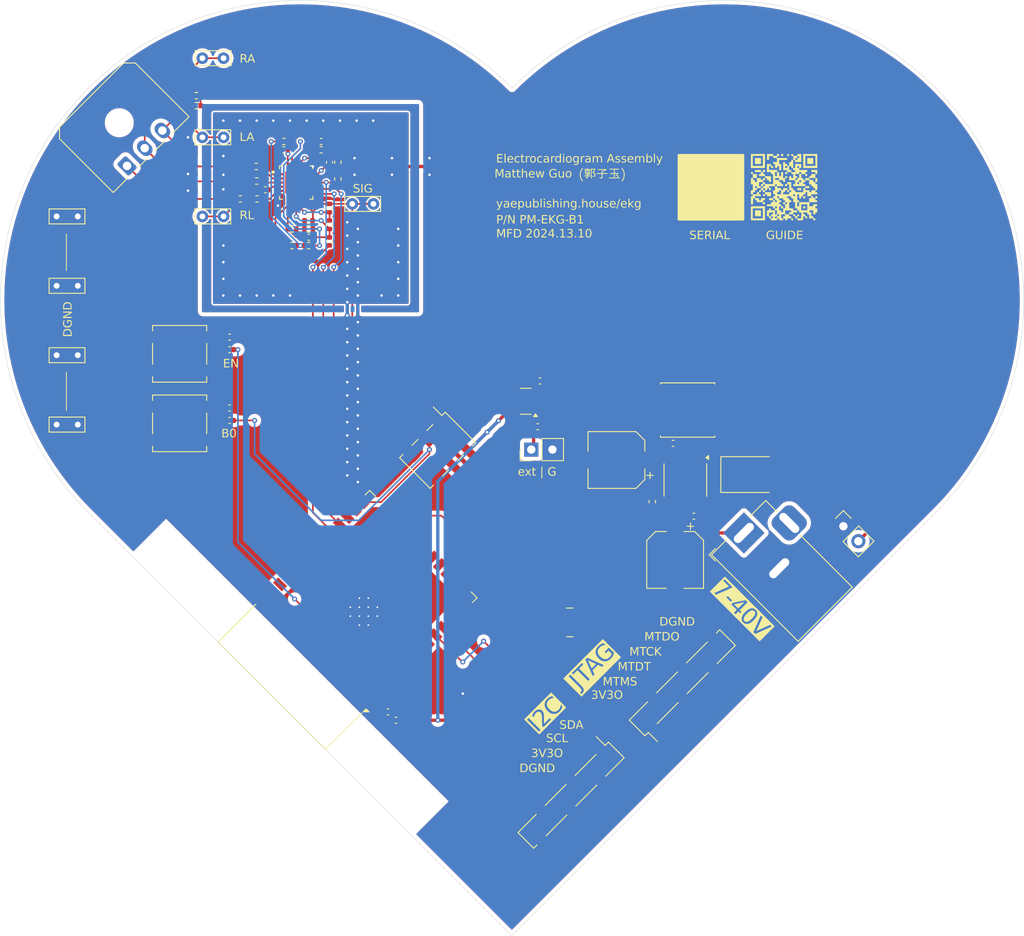
<source format=kicad_pcb>
(kicad_pcb (version 20240108) (generator "pcbnew") (generator_version "8.0")
  (layers (0 "F.Cu" signal) (31 "B.Cu" signal) (34 "B.Paste" user) (35 "F.Paste" user) (36 "B.SilkS" user "B.Silkscreen") (37 "F.SilkS" user "F.Silkscreen") (38 "B.Mask" user) (39 "F.Mask" user) (44 "Edge.Cuts" user))
  (net 0 "")
  (net 1 "Net-(BT1-Pad+)")
  (net 2 "Net-(JP1-B)")
  (net 3 "PP_3V3_MAIN")
  (net 4 "GND")
  (net 5 "Net-(C3-Pad1)")
  (net 6 "Net-(C4-Pad1)")
  (net 7 "Net-(U2-RLD)")
  (net 8 "Net-(U2-RLDFB)")
  (net 9 "Net-(U2-HPDRIVE)")
  (net 10 "/ekg/hpsense")
  (net 11 "/ekg/refout")
  (net 12 "Net-(C10-Pad1)")
  (net 13 "/ekg/out")
  (net 14 "/ekg/oa+")
  (net 15 "/ekg/reflin")
  (net 16 "/control/boot0")
  (net 17 "/control/boot1")
  (net 18 "Net-(J2-Pin_4)")
  (net 19 "Net-(J2-Pin_3)")
  (net 20 "Net-(J2-Pin_2)")
  (net 21 "Net-(J2-Pin_5)")
  (net 22 "/ekg/RA")
  (net 23 "/ekg/LA")
  (net 24 "/ekg/RL")
  (net 25 "/control/scl")
  (net 27 "/control/sda")
  (net 29 "/control/EN")
  (net 30 "Net-(U2-+IN)")
  (net 31 "Net-(U2--IN)")
  (net 32 "Net-(R7-Pad1)")
  (net 33 "Net-(R10-Pad2)")
  (net 34 "/ekg/iaout")
  (net 35 "/ekg/oa-")
  (net 36 "/control/~{sdn}")
  (net 37 "/control/mtms")
  (net 38 "/control/mtdi")
  (net 39 "/control/mtdo")
  (net 40 "/control/mtck")
  (net 47 "/control/lod+")
  (net 55 "/control/lod-")
  (net 64 "/ekg/sw")
  (net 65 "/power/hv")
  (net 66 "/power/5v_sw")
  (net 67 "/power/5v_en")
  (net 68 "Net-(J3-Pin_1)")
  (footprint "Diode_SMD:D_SMB" (layer "F.Cu") (at 249.65 98.5)
    (property "Reference" "D2" (hide yes))
    (property "Value" "MBRS130LT3G" (hide yes))
  )
  (footprint "Resistor_SMD:R_0402_1005Metric" (layer "F.Cu") (at 188.3 65.4 180)
    (property "Reference" "R7" (hide yes))
    (property "Value" "R180k" (hide yes))
  )
  (footprint "Connector_BarrelJack:BarrelJack_Horizontal" (layer "F.Cu") (at 248.757359 105.507359 135)
    (property "Reference" "J6" (hide yes))
    (property "Value" "Jack-DC" (hide yes))
  )
  (footprint "Capacitor_SMD:C_0402_1005Metric" (layer "F.Cu") (at 240.25 94.75)
    (property "Reference" "C16" (hide yes))
    (property "Value" "C100n" (hide yes))
  )
  (footprint "Resistor_SMD:R_0402_1005Metric" (layer "F.Cu") (at 190.21 61.5)
    (property "Reference" "R3" (hide yes))
    (property "Value" "R180k" (hide yes))
  )
  (footprint "Package_SO:SOIC-8_3.9x4.9mm_P1.27mm" (layer "F.Cu") (at 241.725 99.155 -90)
    (property "Reference" "U4" (hide yes))
    (property "Value" "LM2594HVM-3.3" (hide yes))
  )
  (footprint "Resistor_SMD:R_0402_1005Metric" (layer "F.Cu") (at 194.5 71 180)
    (property "Reference" "R11" (hide yes))
    (property "Value" "R1M4" (hide yes))
  )
  (footprint "Connector_PinSocket_2.54mm:PinSocket_1x02_P2.54mm_Vertical" (layer "F.Cu") (at 260.703949 104.703949 45)
    (property "Reference" "JP1" (hide yes))
    (property "Value" "Jumper_2_Open" (hide yes))
  )
  (footprint "TestPoint:TestPoint_Bridge_Pitch2.54mm_Drill0.7mm" (layer "F.Cu") (at 166.23 67.5)
    (property "Reference" "TP5" (hide yes))
    (property "Value" "TestPoint_2Pole" (hide yes))
  )
  (footprint "Capacitor_SMD:C_0402_1005Metric" (layer "F.Cu") (at 187 83.5 180)
    (property "Reference" "R1" (hide yes))
    (property "Value" "R330" (hide yes))
  )
  (footprint "Resistor_SMD:R_0402_1005Metric" (layer "F.Cu") (at 199 66.5 90)
    (property "Reference" "R13" (hide yes))
    (property "Value" "R1M" (hide yes))
  )
  (footprint "Capacitor_SMD:C_0402_1005Metric" (layer "F.Cu") (at 242.75 103.5)
    (property "Reference" "C15" (hide yes))
    (property "Value" "C100n" (hide yes))
  )
  (footprint "TestPoint:TestPoint_Bridge_Pitch2.54mm_Drill0.7mm" (layer "F.Cu") (at 201.73 66)
    (property "Reference" "TP4" (hide yes))
    (property "Value" "TestPoint_2Pole" (hide yes))
  )
  (footprint "TestPoint:TestPoint_Bridge_Pitch2.54mm_Drill0.7mm" (layer "F.Cu") (at 166.23 92.5)
    (property "Reference" "TP8" (hide yes))
    (property "Value" "TestPoint_2Pole" (hide yes))
  )
  (footprint "Connector_PinHeader_2.54mm:PinHeader_1x06_P2.54mm_Vertical_SMD_Pin1Left" (layer "F.Cu") (at 228 137 -45)
    (property "Reference" "J5" (hide yes))
    (property "Value" "Conn_01x04_Pin" (hide yes))
  )
  (footprint "Capacitor_SMD:C_0402_1005Metric" (layer "F.Cu") (at 191.3 64.3 180)
    (property "Reference" "C7" (hide yes))
    (property "Value" "C1n" (hide yes))
  )
  (footprint "Resistor_SMD:R_0402_1005Metric" (layer "F.Cu") (at 193.51 58.5 180)
    (property "Reference" "R9" (hide yes))
    (property "Value" "R10M" (hide yes))
  )
  (footprint "Capacitor_SMD:C_0402_1005Metric" (layer "F.Cu") (at 187 90.5)
    (property "Reference" "C4" (hide yes))
    (property "Value" "C100n" (hide yes))
  )
  (footprint "Capacitor_SMD:C_0402_1005Metric" (layer "F.Cu") (at 199 61 90)
    (property "Reference" "C13" (hide yes))
    (property "Value" "C100n" (hide yes))
  )
  (footprint "Resistor_SMD:R_0402_1005Metric" (layer "F.Cu") (at 194.5 69)
    (property "Reference" "R17" (hide yes))
    (property "Value" "R1M" (hide yes))
  )
  (footprint "Capacitor_SMD:C_0402_1005Metric" (layer "F.Cu") (at 196.5 70)
    (property "Reference" "C11" (hide yes))
    (property "Value" "C10n" (hide yes))
  )
  (footprint "TestPoint:TestPoint_Bridge_Pitch2.54mm_Drill0.7mm" (layer "F.Cu") (at 166.23 75.833333)
    (property "Reference" "TP6" (hide yes))
    (property "Value" "TestPoint_2Pole" (hide yes))
  )
  (footprint "RF_Module:ESP32-WROOM-32" (layer "F.Cu") (at 203.280141 113.836531 135)
    (property "Reference" "U1" (hide yes))
    (property "Value" "ESP32-WROOM-32" (hide yes))
  )
  (footprint "Resistor_SMD:R_0402_1005Metric" (layer "F.Cu") (at 196.49 71 180)
    (property "Reference" "R10" (hide yes))
    (property "Value" "R10M" (hide yes))
  )
  (footprint "Resistor_SMD:R_Array_Concave_4x0603" (layer "F.Cu") (at 227.85 116.25 180)
    (property "Reference" "RN1" (hide yes))
    (property "Value" "R_Pack04" (hide yes))
  )
  (footprint "Capacitor_SMD:C_0402_1005Metric" (layer "F.Cu") (at 224.27 87.25 180)
    (property "Reference" "C5" (hide yes))
    (property "Value" "C100n" (hide yes))
  )
  (footprint "Resistor_SMD:R_0402_1005Metric" (layer "F.Cu") (at 183 54.2)
    (property "Reference" "R5" (hide yes))
    (property "Value" "R10M" (hide yes))
  )
  (footprint "Resistor_SMD:R_0402_1005Metric" (layer "F.Cu") (at 237.76 101.75 -90)
    (property "Reference" "R19" (hide yes))
    (property "Value" "R0" (hide yes))
  )
  (footprint "TestPoint:TestPoint_Bridge_Pitch2.54mm_Drill0.7mm" (layer "F.Cu") (at 183.73 67.5)
    (property "Reference" "TP1" (hide yes))
    (property "Value" "TestPoint_2Pole" (hide yes))
  )
  (footprint "Connector_PinHeader_2.54mm:PinHeader_2x03_P2.54mm_Vertical_SMD" (layer "F.Cu") (at 211.989393 95.581496 -45)
    (property "Reference" "J1" (hide yes))
    (property "Value" "Conn_02x03_Odd_Even" (hide yes))
  )
  (footprint "Button_Switch_SMD:SW_SPST_B3SL-1022P" (layer "F.Cu") (at 181 84)
    (property "Reference" "SW1" (hide yes))
    (property "Value" "SW_Push" (hide yes))
  )
  (footprint "TestPoint:TestPoint_Bridge_Pitch2.54mm_Drill0.7mm" (layer "F.Cu") (at 166.23 84.166666)
    (property "Reference" "TP7" (hide yes))
    (property "Value" "TestPoint_2Pole" (hide yes))
  )
  (footprint "Resistor_SMD:R_0402_1005Metric" (layer "F.Cu") (at 200 61 -90)
    (property "Reference" "R16" (hide yes))
    (property "Value" "R10M" (hide yes))
  )
  (footprint "Resistor_SMD:R_0402_1005Metric" (layer "F.Cu") (at 197.99 59.5 180)
    (property "Reference" "R15" (hide yes))
    (property "Value" "R10M" (hide yes))
  )
  (footprint "Capacitor_SMD:C_0402_1005Metric" (layer "F.Cu") (at 199 70.5 -90)
    (property "Reference" "C9" (hide yes))
    (property "Value" "C330n" (hide yes))
  )
  (footprint "Connector_PinHeader_2.54mm:PinHeader_1x06_P2.54mm_Vertical_SMD_Pin1Left" (layer "F.Cu") (at 241.364339 123.5 135)
    (property "Reference" "J2" (hide yes))
    (property "Value" "Conn_01x04_Pin" (hide yes))
  )
  (footprint "Capacitor_SMD:CP_Elec_6.3x7.7" (layer "F.Cu") (at 240.5 108.75 -90)
    (property "Reference" "C14" (hide yes))
    (property "Value" "C330u" (hide yes))
  )
  (footprint "aaafootlib:qr" (layer "F.Cu") (at 253.6 64)
    (property "Reference" "G***" (hide yes))
    (property "Value" "LOGO" (hide yes))
  )
  (footprint "Inductor_SMD:L_Changjiang_FNR6045S" (layer "F.Cu") (at 242 90.75 180)
    (property "Reference" "L1" (hide yes))
    (property "Value" "L150u" (hide yes))
  )
  (footprint "Connector_Molex:Molex_Micro-Fit_3.0_43650-0300_1x03_P3.00mm_Horizontal" (layer "F.Cu") (at 174.685894 61.428534 45)
    (property "Reference" "J4" (hide yes))
    (property "Value" "Conn_01x03_Socket" (hide yes))
  )
  (footprint "aaafootlib:QFN50P400X400X100-21N" (layer "F.Cu") (at 195 63.435)
    (property "Reference" "U2" (hide yes))
    (property "Value" "AD8232ACPZ-R7" (hide yes))
  )
  (footprint "Capacitor_SMD:C_0402_1005Metric" (layer "F.Cu") (at 193.5 59.5)
    (property "Reference" "C8" (hide yes))
    (property "Value" "C330n" (hide yes))
  )
  (footprint "Resistor_SMD:R_0402_1005Metric" (layer "F.Cu") (at 190.3 65.4 180)
    (property "Reference" "R8" (hide yes))
    (property "Value" "R180k" (hide yes))
  )
  (footprint "Resistor_SMD:R_0402_1005Metric" (layer "F.Cu") (at 183 53)
    (property "Reference" "R6" (hide yes))
    (property "Value" "R10M" (hide yes))
  )
  (footprint "Connector_PinHeader_2.54mm:PinHeader_1x02_P2.54mm_Vertical" (layer "F.Cu") (at 223.225 95.5 90)
    (property "Reference" "J3" (hide yes))
    (property "Value" "Conn_01x02_Pin" (hide yes))
  )
  (footprint "Resistor_SMD:R_0402_1005Metric" (layer "F.Cu") (at 190.26 63.25)
    (property "Reference" "R4" (hide yes))
    (property "Value" "R180k" (hide yes))
  )
  (footprint "Package_TO_SOT_SMD:SOT-23" (layer "F.Cu") (at 222.5625 89.7 180)
    (property "Reference" "D1" (hide yes))
    (property "Value" "BAT54C-7-F" (hide yes))
  )
  (footprint "Capacitor_SMD:C_0402_1005Metric" (layer "F.Cu") (at 187 92 180)
    (property "Reference" "R2" (hide yes))
    (property "Value" "R330" (hide yes))
  )
  (footprint "Capacitor_SMD:CP_Elec_6.3x7.7" (layer "F.Cu") (at 233.45 96.75 180)
    (property "Reference" "C17" (hide yes))
    (property "Value" "C330u" (hide yes))
  )
  (footprint "TestPoint:TestPoint_Bridge_Pitch2.54mm_Drill0.7mm" (layer "F.Cu") (at 186.27 48.5 180)
    (property "Reference" "TP2" (hide yes))
    (property "Value" "TestPoint_2Pole" (hide yes))
  )
  (footprint "Capacitor_SMD:C_0402_1005Metric" (layer "F.Cu") (at 196.48 68)
    (property "Reference" "C10" (hide yes))
    (property "Value" "C1n5" (hide yes))
  )
  (footprint "Capacitor_SMD:C_0402_1005Metric" (layer "F.Cu") (at 187 82)
    (property "Reference" "C3" (hide yes))
    (property "Value" "C100n" (hide yes))
  )
  (footprint "Capacitor_SMD:C_0402_1005Metric" (layer "F.Cu") (at 197.98 58.5)
    (property "Reference" "C12" (hide yes))
    (property "Value" "C100n" (hide yes))
  )
  (footprint "Capacitor_SMD:C_0402_1005Metric" (layer "F.Cu") (at 206 127)
    (property "Reference" "C1" (hide yes))
    (property "Value" "C10u" (hide yes))
  )
  (footprint "aaafootlib:BS-08-B2AA001" (layer "F.Cu") (at 262.711775 88.731876 135)
    (property "Reference" "BT1" (hide yes))
    (property "Value" "BS-08-B2AA001" (hide yes))
  )
  (footprint "TestPoint:TestPoint_Bridge_Pitch2.54mm_Drill0.7mm" (layer "F.Cu") (at 183.73 58)
    (property "Reference" "TP3" (hide yes))
    (property "Value" "TestPoint_2Pole" (hide yes))
  )
  (footprint "Capacitor_SMD:C_0402_1005Metric" (layer "F.Cu") (at 224 92.75)
    (property "Reference" "C6" (hide yes))
    (property "Value" "C100n" (hide yes))
  )
  (footprint "Capacitor_SMD:C_0402_1005Metric" (layer "F.Cu") (at 207 128)
    (property "Reference" "C2" (hide yes))
    (property "Value" "C100n" (hide yes))
  )
  (footprint "Resistor_SMD:R_0402_1005Metric" (layer "F.Cu") (at 200 63 90)
    (property "Reference" "R18" (hide yes))
    (property "Value" "R180k" (hide yes))
  )
  (footprint "Resistor_SMD:R_0402_1005Metric" (layer "F.Cu") (at 196.49 69 180)
    (property "Reference" "R12" (hide yes))
    (property "Value" "R1M" (hide yes))
  )
  (footprint "Resistor_SMD:R_0402_1005Metric" (layer "F.Cu") (at 199 68.5 90)
    (property "Reference" "R14" (hide yes))
    (property "Value" "R100k" (hide yes))
  )
  (footprint "Button_Switch_SMD:SW_SPST_B3SL-1022P" (layer "F.Cu") (at 181 92.35)
    (property "Reference" "SW2" (hide yes))
    (property "Value" "SW_Push" (hide yes))
  )
  (gr_line (start 167.4 86.2) (end 167.4 90.8) (stroke (width 0.1)) (layer "F.SilkS"))
  (gr_line (start 167.4 74) (end 167.4 69.6) (stroke (width 0.1)) (layer "F.SilkS"))
  (gr_line (start 170 103) (end 220.887661 153.887661) (stroke (width 0.05)) (layer "Edge.Cuts"))
  (gr_arc (start 220.916598 52.083402) (mid 271.833196 52.083402) (end 271.833196 103) (stroke (width 0.05)) (layer "Edge.Cuts"))
  (gr_arc (start 170 103) (mid 170 52.083402) (end 220.916598 52.083402) (stroke (width 0.05)) (layer "Edge.Cuts"))
  (gr_line (start 271.833196 103) (end 220.887661 153.887661) (stroke (width 0.05)) (layer "Edge.Cuts"))
  (gr_text "GUIDE" (at 251.4 70.4 0) (layer "F.SilkS") (effects (font (size 1 1) (thickness 0.1)) (justify left bottom)))
  (gr_text "3V3O" (at 230.4 125.6 0) (layer "F.SilkS") (effects (font (size 1 1) (thickness 0.1)) (justify left bottom)))
  (gr_text "ext | G" (at 221.6 98.8 0) (layer "F.SilkS") (effects (font (size 1 1) (thickness 0.1)) (justify left bottom)))
  (gr_text "Matthew Guo " (at 218.8 63 0) (layer "F.SilkS") (effects (font (size 1 1) (thickness 0.1)) (justify left bottom)))
  (gr_text "3V3O" (at 223.2 132.6 0) (layer "F.SilkS") (effects (font (size 1 1) (thickness 0.1)) (justify left bottom)))
  (gr_text "SDA" (at 226.6 129.2 0) (layer "F.SilkS") (effects (font (size 1 1) (thickness 0.1)) (justify left bottom)))
  (gr_text "MTDO" (at 236.8 118.6 0) (layer "F.SilkS") (effects (font (size 1 1) (thickness 0.1)) (justify left bottom)))
  (gr_text "7-40V" (at 244.6 112.6 315) (layer "F.SilkS" knockout) (effects (font (size 2 2) (thickness 0.1)) (justify left bottom)))
  (gr_text "(郭子玉)" (at 228.8 63 0) (layer "F.SilkS") (effects (font (size 1 1) (thickness 0.1)) (justify left bottom)))
  (gr_text "DGND" (at 168.2 82 90) (layer "F.SilkS") (effects (font (size 1 1) (thickness 0.1)) (justify left bottom)))
  (gr_text "P/N PM-EKG-B1\nMFD 2024.13.10" (at 219 70.2 0) (layer "F.SilkS") (effects (font (size 1 1) (thickness 0.1)) (justify left bottom)))
  (gr_text "Electrocardiogram Assembly" (at 219 61.2 0) (layer "F.SilkS") (effects (font (size 1 1) (thickness 0.1)) (justify left bottom)))
  (gr_text "MTCK" (at 235 120.4 0) (layer "F.SilkS") (effects (font (size 1 1) (thickness 0.1)) (justify left bottom)))
  (gr_text "SIG" (at 201.8 64.8 0) (layer "F.SilkS") (effects (font (size 1 1) (thickness 0.1)) (justify left bottom)))
  (gr_text "MTMS" (at 231.8 124 0) (layer "F.SilkS") (effects (font (size 1 1) (thickness 0.1)) (justify left bottom)))
  (gr_text "SERIAL" (at 242.2 70.4 0) (layer "F.SilkS") (effects (font (size 1 1) (thickness 0.1)) (justify left bottom)))
  (gr_text "DGND" (at 238.6 116.8 0) (layer "F.SilkS") (effects (font (size 1 1) (thickness 0.1)) (justify left bottom)))
  (gr_text "RL" (at 188.2 68 0) (layer "F.SilkS") (effects (font (size 1 1) (thickness 0.1)) (justify left bottom)))
  (gr_text "RA" (at 188.2 49.2 0) (layer "F.SilkS") (effects (font (size 1 1) (thickness 0.1)) (justify left bottom)))
  (gr_text "MTDT" (at 233.6 122.2 0) (layer "F.SilkS") (effects (font (size 1 1) (thickness 0.1)) (justify left bottom)))
  (gr_text "EN" (at 186.2 85.8 0) (layer "F.SilkS") (effects (font (size 1 1) (thickness 0.1)) (justify left bottom)))
  (gr_text "DGND" (at 221.8 134.4 0) (layer "F.SilkS") (effects (font (size 1 1) (thickness 0.1)) (justify left bottom)))
  (gr_text "LA" (at 188.2 58.6 0) (layer "F.SilkS") (effects (font (size 1 1) (thickness 0.1)) (justify left bottom)))
  (gr_text "JTAG" (at 229.2 124.6 45) (layer "F.SilkS" knockout) (effects (font (size 2 2) (thickness 0.1)) (justify left bottom)))
  (gr_text "B0" (at 186 94.2 0) (layer "F.SilkS") (effects (font (size 1 1) (thickness 0.1)) (justify left bottom)))
  (gr_text "I2C" (at 224.2 129.8 45) (layer "F.SilkS" knockout) (effects (font (size 2 2) (thickness 0.1)) (justify left bottom)))
  (gr_text "yaepublishing.house/ekg" (at 219 66.6 0) (layer "F.SilkS") (effects (font (size 1 1) (thickness 0.1)) (justify left bottom)))
  (gr_text "SCL" (at 225 130.8 0) (layer "F.SilkS") (effects (font (size 1 1) (thickness 0.1)) (justify left bottom)))
  (segment (start 254.085072 82.085072) (end 230.164928 82.085072) (width 0.4) (layer "F.Cu") (net 1))
  (segment (start 230.164928 82.085072) (end 223.5 88.75) (width 0.4) (layer "F.Cu") (net 1))
  (segment (start 262.5 106.5) (end 269.5 99.5) (width 0.4) (layer "F.Cu") (net 2))
  (segment (start 269.5 99.5) (end 269.5 97.5) (width 0.4) (layer "F.Cu") (net 2))
  (segment (start 200 61.51) (end 199.03 61.51) (width 0.2) (layer "F.Cu") (net 3))
  (segment (start 198.52 61.48) (end 197.54 60.5) (width 0.2) (layer "F.Cu") (net 3))
  (segment (start 219.2875 92.0375) (end 221.625 89.7) (width 0.4) (layer "F.Cu") (net 3))
  (segment (start 199.03 61.51) (end 199 61.48) (width 0.2) (layer "F.Cu") (net 3))
  (segment (start 236.15 94.4) (end 231.5 89.75) (width 0.4) (layer "F.Cu") (net 3))
  (segment (start 196.935 62.435) (end 197.565 62.435) (width 0.2) (layer "F.Cu") (net 3))
  (segment (start 230.796051 138) (end 227.727764 134.931713) (width 0.4) (layer "F.Cu") (net 3))
  (segment (start 212 92) (end 212 54) (width 0.4) (layer "F.Cu") (net 3))
  (segment (start 197.54 60.5) (end 196 60.5) (width 0.2) (layer "F.Cu") (net 3))
  (segment (start 239.75 96.61) (end 239.82 96.68) (width 0.4) (layer "F.Cu") (net 3))
  (segment (start 204.53172 124.959321) (end 204.74932 124.959321) (width 0.4) (layer "F.Cu") (net 3))
  (segment (start 238.044473 133.705527) (end 233.75 138) (width 0.4) (layer "F.Cu") (net 3))
  (segment (start 198.52 61.48) (end 198 62) (width 0.2) (layer "F.Cu") (net 3))
  (segment (start 195.5 61.5) (end 195.5 61) (width 0.2) (layer "F.Cu") (net 3))
  (segment (start 212 92) (end 215.570889 95.570889) (width 0.4) (layer "F.Cu") (net 3))
  (segment (start 183.51 53) (end 183.51 54.2) (width 0.2) (layer "F.Cu") (net 3))
  (segment (start 204.74932 124.959321) (end 207.48 127.690001) (width 0.4) (layer "F.Cu") (net 3))
  (segment (start 207.48 127.690001) (end 207.48 128) (width 0.4) (layer "F.Cu") (net 3))
  (segment (start 207.48 128) (end 212 128) (width 0.4) (layer "F.Cu") (net 3))
  (segment (start 197.565 62.435) (end 198 62) (width 0.2) (layer "F.Cu") (net 3))
  (segment (start 236.22 96.68) (end 236.15 96.75) (width 0.4) (layer "F.Cu") (net 3))
  (segment (start 236.15 96.75) (end 236.15 94.4) (width 0.4) (layer "F.Cu") (net 3))
  (segment (start 212 61.5) (end 211.99 61.51) (width 0.4) (layer "F.Cu") (net 3))
  (segment (start 212 54) (end 210 52) (width 0.4) (layer "F.Cu") (net 3))
  (segment (start 214.5 128) (end 220.796051 128) (width 0.4) (layer "F.Cu") (net 3))
  (segment (start 239.82 96.68) (end 236.22 96.68) (width 0.4) (layer "F.Cu") (net 3))
  (segment (start 184.51 52) (end 183.51 53) (width 0.4) (layer "F.Cu") (net 3))
  (segment (start 231.5 89.75) (end 221.675 89.75) (width 0.4) (layer "F.Cu") (net 3))
  (segment (start 195.5 61) (end 196 60.5) (width 0.2) (layer "F.Cu") (net 3))
  (segment (start 210 52) (end 184.51 52) (width 0.4) (layer "F.Cu") (net 3))
  (segment (start 220.796051 128) (end 227.727764 134.931713) (width 0.4) (layer "F.Cu") (net 3))
  (segment (start 221.675 89.75) (end 221.625 89.7) (width 0.4) (layer "F.Cu") (net 3))
  (segment (start 212 128) (end 214.5 128) (width 0.4) (layer "F.Cu") (net 3))
  (segment (start 233.75 138) (end 230.796051 138) (width 0.4) (layer "F.Cu") (net 3))
  (segment (start 199 61.48) (end 198.52 61.48) (width 0.2) (layer "F.Cu") (net 3))
  (segment (start 239.75 90.75) (end 239.75 96.61) (width 0.4) (layer "F.Cu") (net 3))
  (segment (start 215.754111 95.570889) (end 215.570889 95.570889) (width 0.4) (layer "F.Cu") (net 3))
  (segment (start 238.044473 129.16039) (end 238.044473 133.705527) (width 0.4) (layer "F.Cu") (net 3))
  (segment (start 211.99 61.51) (end 200 61.51) (width 0.4) (layer "F.Cu") (net 3))
  (segment (start 217.9125 93.4125) (end 219.2875 92.0375) (width 0.4) (layer "F.Cu") (net 3))
  (segment (start 217.9125 93.4125) (end 215.754111 95.570889) (width 0.4) (layer "F.Cu") (net 3))
  (via (at 219.2875 92.0375) (size 0.6) (drill 0.3) (layers "F.Cu" "B.Cu") (net 3))
  (via (at 198 62) (size 0.6) (drill 0.3) (layers "F.Cu" "B.Cu") (net 3))
  (via (at 196 60.5) (size 0.6) (drill 0.3) (layers "F.Cu" "B.Cu") (net 3))
  (via (at 217.9125 93.4125) (size 0.6) (drill 0.3) (layers "F.Cu" "B.Cu") (net 3))
  (via (at 212 128) (size 0.6) (drill 0.3) (layers "F.Cu" "B.Cu") (net 3))
  (segment (start 219.2875 92.0375) (end 212 99.325) (width 0.4) (layer "B.Cu") (net 3))
  (segment (start 212 99.325) (end 212 128) (width 0.4) (layer "B.Cu") (net 3))
  (segment (start 202.4 77) (end 202.4 81.8) (width 0.4) (layer "F.Cu") (net 4))
  (segment (start 204.776348 127) (end 205.52 127) (width 0.2) (layer "F.Cu") (net 4))
  (segment (start 203.633694 125.857346) (end 204.776348 127) (width 0.2) (layer "F.Cu") (net 4))
  (segment (start 201.13 81) (end 201.13 76.2) (width 0.4) (layer "F.Cu") (net 4))
  (segment (start 196 61.5) (end 197 61.5) (width 0.2) (layer "F.Cu") (net 4))
  (segment (start 206.52 128) (end 205.52 127) (width 0.2) (layer "F.Cu") (net 4))
  (via (at 194.25 56) (size 0.6) (drill 0.3) (layers "F.Cu" "B.Cu") (net 4))
  (via (at 207.25 77) (size 0.6) (drill 0.3) (layers "F.Cu" "B.Cu") (net 4))
  (via (at 202.4 88.2) (size 0.6) (drill 0.3) (layers "F.Cu" "B.Cu") (net 4))
  (via (at 201.13 81) (size 0.6) (drill 0.3) (layers "F.Cu" "B.Cu") (net 4))
  (via (at 201.13 79.4) (size 0.6) (drill 0.3) (layers "F.Cu" "B.Cu") (net 4))
  (via (at 182 64.4) (size 0.6) (drill 0.3) (layers "F.Cu" "B.Cu") (net 4))
  (via (at 202.4 85) (size 0.6) (drill 0.3) (layers "F.Cu" "B.Cu") (net 4))
  (via (at 202 62.5) (size 0.6) (drill 0.3) (layers "F.Cu" "B.Cu") (net 4))
  (via (at 188.25 77) (size 0.6) (drill 0.3) (layers "F.Cu" "B.Cu") (net 4))
  (via (at 202.4 96.2) (size 0.6) (drill 0.3) (layers "F.Cu" "B.Cu") (net 4))
  (via (at 202.4 91.4) (size 0.6) (drill 0.3) (layers "F.Cu" "B.Cu") (net 4))
  (via (at 202.4 75.4) (size 0.6) (drill 0.3) (layers "F.Cu" "B.Cu") (net 4))
  (via (at 202.4 73.8) (size 0.6) (drill 0.3) (layers "F.Cu" "B.Cu") (net 4))
  (via (at 202.4 72.2) (size 0.6) (drill 0.3) (layers "F.Cu" "B.Cu") (net 4))
  (via (at 202.4 97.8) (size 0.6) (drill 0.3) (layers "F.Cu" "B.Cu") (net 4))
  (via (at 201.13 95.4) (size 0.6) (drill 0.3) (layers "F.Cu" "B.Cu") (net 4))
  (via (at 201.13 76.2) (size 0.6) (drill 0.3) (layers "F.Cu" "B.Cu") (net 4))
  (via (at 186.25 62.5) (size 0.6) (drill 0.3) (layers "F.Cu" "B.Cu") (net 4))
  (via (at 207.25 69) (size 0.6) (drill 0.3) (layers "F.Cu" "B.Cu") (net 4))
  (via (at 201.13 98.6) (size 0.6) (drill 0.3) (layers "F.Cu" "B.Cu") (net 4))
  (via (at 201.13 85.8) (size 0.6) (drill 0.3) (layers "F.Cu" "B.Cu") (net 4))
  (via (at 206.5 62.5) (size 0.6) (drill 0.3) (layers "F.Cu" "B.Cu") (net 4))
  (via (at 201.13 97) (size 0.6) (drill 0.3) (layers "F.Cu" "B.Cu") (net 4))
  (via (at 205.25 77) (size 0.6) (drill 0.3) (layers "F.Cu" "B.Cu") (net 4))
  (via (at 201.13 73) (size 0.6) (drill 0.3) (layers "F.Cu" "B.Cu") (net 4))
  (via (at 202.4 77) (size 0.6) (drill 0.3) (layers "F.Cu" "B.Cu") (net 4))
  (via (at 201.13 89) (size 0.6) (drill 0.3) (layers "F.Cu" "B.Cu") (net 4))
  (via (at 207.25 75) (size 0.6) (drill 0.3) (layers "F.Cu" "B.Cu") (net 4))
  (via (at 196.25 56) (size 0.6) (drill 0.3) (layers "F.Cu" "B.Cu") (net 4))
  (via (at 204.25 56) (size 0.6) (drill 0.3) (layers "F.Cu" "B.Cu") (net 4))
  (via (at 186.25 71) (size 0.6) (drill 0.3) (layers "F.Cu" "B.Cu") (net 4))
  (via (at 202.4 94.6) (size 0.6) (drill 0.3) (layers "F.Cu" "B.Cu") (net 4))
  (via (at 201.13 84.2) (size 0.6) (drill 0.3) (layers "F.Cu" "B.Cu") (net 4))
  (via (at 202.4 89.8) (size 0.6) (drill 0.3) (layers "F.Cu" "B.Cu") (net 4))
  (via (at 192.25 77) (size 0.6) (drill 0.3) (layers "F.Cu" "B.Cu") (net 4))
  (via (at 211 60.5) (size 0.6) (drill 0.3) (layers "F.Cu" "B.Cu") (net 4))
  (via (at 215 124.8) (size 0.6) (drill 0.3) (layers "F.Cu" "B.Cu") (net 4))
  (via (at 201.13 87.4) (size 0.6) (drill 0.3) (layers "F.Cu" "B.Cu") (net 4))
  (via (at 207.25 71) (size 0.6) (drill 0.3) (layers "F.Cu" "B.Cu") (net 4))
  (via (at 202.4 86.6) (size 0.6) (drill 0.3) (layers "F.Cu" "B.Cu") (net 4))
  (via (at 202.25 56) (size 0.6) (drill 0.3) (layers "F.Cu" "B.Cu") (net 4))
  (via (at 192.8 66.2) (size 0.6) (drill 0.3) (layers "F.Cu" "B.Cu") (net 4))
  (via (at 202.4 80.2) (size 0.6) (drill 0.3) (layers "F.Cu" "B.Cu") (net 4))
  (via (at 201.13 93.8) (size 0.6) (drill 0.3) (layers "F.Cu" "B.Cu") (net 4))
  (via (at 201.13 69.8) (size 0.6) (drill 0.3) (layers "F.Cu" "B.Cu") (net 4))
  (via (at 202.4 69) (size 0.6) (drill 0.3) (layers "F.Cu" "B.Cu") (net 4))
  (via (at 201.13 71.4) (size 0.6) (drill 0.3) (layers "F.Cu" "B.Cu") (net 4))
  (via (at 202 60.5) (size 0.6) (drill 0.3) (layers "F.Cu" "B.Cu") (net 4))
  (via (at 202.4 81.8) (size 0.6) (drill 0.3) (layers "F.Cu" "B.Cu") (net 4))
  (via (at 202.4 93) (size 0.6) (drill 0.3) (layers "F.Cu" "B.Cu") (net 4))
  (via (at 186.25 75) (size 0.6) (drill 0.3) (layers "F.Cu" "B.Cu") (net 4))
  (via (at 182 58) (size 0.6) (drill 0.3) (layers "F.Cu" "B.Cu") (net 4))
  (via (at 202.4 70.6) (size 0.6) (drill 0.3) (layers "F.Cu" "B.Cu") (net 4))
  (via (at 190.25 77) (size 0.6) (drill 0.3) (layers "F.Cu" "B.Cu") (net 4))
  (via (at 201.13 92.2) (size 0.6) (drill 0.3) (layers "F.Cu" "B.Cu") (net 4))
  (via (at 182 62.4) (size 0.6) (drill 0.3) (layers "F.Cu" "B.Cu") (net 4))
  (via (at 202.4 83.4) (size 0.6) (drill 0.3) (layers "F.Cu" "B.Cu") (net 4))
  (via (at 188.25 56) (size 0.6) (drill 0.3) (layers "F.Cu" "B.Cu") (net 4))
  (via (at 201.13 68.2) (size 0.6) (drill 0.3) (layers "F.Cu" "B.Cu") (net 4))
  (via (at 186.25 60.25) (size 0.6) (drill 0.3) (layers "F.Cu" "B.Cu") (net 4))
  (via (at 206.5 60.5) (size 0.6) (drill 0.3) (layers "F.Cu" "B.Cu") (net 4))
  (via (at 200.25 56) (size 0.6) (drill 0.3) (layers "F.Cu" "B.Cu") (net 4))
  (via (at 192.25 56) (size 0.6) (drill 0.3) (layers "F.Cu" "B.Cu") (net 4))
  (via (at 211 62.5) (size 0.6) (drill 0.3) (layers "F.Cu" "B.Cu") (net 4))
  (via (at 194.25 77) (size 0.6) (drill 0.3) (layers "F.Cu" "B.Cu") (net 4))
  (via (at 201.13 82.6) (size 0.6) (drill 0.3) (layers "F.Cu" "B.Cu") (net 4))
  (via (at 201.13 90.6) (size 0.6) (drill 0.3) (layers "F.Cu" "B.Cu") (net 4))
  (via (at 186.25 56) (size 0.6) (drill 0.3) (layers "F.Cu" "B.Cu") (net 4))
  (via (at 207.25 73) (size 0.6) (drill 0.3) (layers "F.Cu" "B.Cu") (net 4))
  (via (at 186.25 77) (size 0.6) (drill 0.3) (layers "F.Cu" "B.Cu") (net 4))
  (via (at 198.25 56) (size 0.6) (drill 0.3) (layers "F.Cu" "B.Cu") (net 4))
  (via (at 186.25 64.25) (size 0.6) (drill 0.3) (layers "F.Cu" "B.Cu") (net 4))
  (via (at 186.25 73) (size 0.6) (drill 0.3) (layers "F.Cu" "B.Cu") (net 4))
  (via (at 201.13 77.8) (size 0.6) (drill 0.3) (layers "F.Cu" "B.Cu") (net 4))
  (via (at 202.4 99.4) (size 0.6) (drill 0.3) (layers "F.Cu" "B.Cu") (net 4))
  (via (at 197 61.5) (size 0.6) (drill 0.3) (layers "F.Cu" "B.Cu") (net 4))
  (via (at 190.25 56) (size 0.6) (drill 0.3) (layers "F.Cu" "B.Cu") (net 4))
  (via (at 201.13 74.6) (size 0.6) (drill 0.3) (layers "F.Cu" "B.Cu") (net 4))
  (segment (start 202.4 75.4) (end 202.4 83.4) (width 0.4) (layer "B.Cu") (net 4))
  (segment (start 201.13 74.6) (end 201.13 82.6) (width 0.4) (layer "B.Cu") (net 4))
  (segment (start 178.12 82) (end 186.52 82) (width 0.2) (layer "F.Cu") (net 5))
  (segment (start 186.52 82) (end 186.52 83.5) (width 0.2) (layer "F.Cu") (net 5))
  (segment (start 184.03 90.5) (end 183.88 90.35) (width 0.2) (layer "F.Cu") (net 6))
  (segment (start 178.12 90.35) (end 183.88 90.35) (width 0.2) (layer "F.Cu") (net 6))
  (segment (start 186.52 90.5) (end 184.03 90.5) (width 0.2) (layer "F.Cu") (net 6))
  (segment (start 186.52 92) (end 186.52 90.5) (width 0.2) (layer "F.Cu") (net 6))
  (segment (start 191.8 65.4) (end 190.81 65.4) (width 0.2) (layer "F.Cu") (net 7))
  (segment (start 190.81 64.31) (end 190.82 64.3) (width 0.2) (layer "F.Cu") (net 7))
  (segment (start 190.81 65.4) (end 190.81 64.31) (width 0.2) (layer "F.Cu") (net 7))
  (segment (start 192.765 64.435) (end 191.8 65.4) (width 0.2) (layer "F.Cu") (net 7))
  (segment (start 193.065 64.435) (end 192.765 64.435) (width 0.2) (layer "F.Cu") (net 7))
  (segment (start 192.145 63.935) (end 191.78 64.3) (width 0.2) (layer "F.Cu") (net 8))
  (segment (start 193.065 63.935) (end 192.145 63.935) (width 0.2) (layer "F.Cu") (net 8))
  (segment (start 193.02 62.39) (end 193.065 62.435) (width 0.2) (layer "F.Cu") (net 9))
  (segment (start 193.02 59.5) (end 193.02 62.39) (width 0.2) (layer "F.Cu") (net 9))
  (segment (start 194 61.5) (end 194 61) (width 0.2) (layer "F.Cu") (net 10))
  (segment (start 193.98 60.98) (end 193.98 60.02) (width 0.2) (layer "F.Cu") (net 10))
  (segment (start 194.02 58.5) (end 194.02 59.46) (width 0.2) (layer "F.Cu") (net 10))
  (segment (start 194 61) (end 193.98 60.98) (width 0.2) (layer "F.Cu") (net 10))
  (segment (start 194.02 59.46) (end 193.98 59.5) (width 0.2) (layer "F.Cu") (net 10))
  (segment (start 193.98 60.02) (end 194 60) (width 0.2) (layer "F.Cu") (net 10))
  (segment (start 193.98 59.98) (end 193.98 59.5) (width 0.2) (layer "F.Cu") (net 10))
  (segment (start 194 60) (end 193.98 59.98) (width 0.2) (layer "F.Cu") (net 10))
  (via (at 194 60) (size 0.6) (drill 0.3) (layers "F.Cu" "B.Cu") (net 10))
  (segment (start 198.98 70) (end 199 70.02) (width 0.2) (layer "F.Cu") (net 11))
  (segment (start 198 68.01) (end 199 69.01) (width 0.2) (layer "F.Cu") (net 11))
  (segment (start 195 65.37) (end 195 67.5) (width 0.2) (layer "F.Cu") (net 11))
  (segment (start 199 69.01) (end 199 70.02) (width 0.2) (layer "F.Cu") (net 11))
  (segment (start 196.98 70) (end 198.98 70) (width 0.2) (layer "F.Cu") (net 11))
  (segment (start 198 68) (end 198 68.01) (width 0.2) (layer "F.Cu") (net 11))
  (via (at 198 68) (size 0.6) (drill 0.3) (layers "F.Cu" "B.Cu") (net 11))
  (via (at 195 67.5) (size 0.6) (drill 0.3) (layers "F.Cu" "B.Cu") (net 11))
  (segment (start 195.5 68) (end 195 67.5) (width 0.2) (layer "B.Cu") (net 11))
  (segment (start 198 68) (end 195.5 68) (width 0.2) (layer "B.Cu") (net 11))
  (segment (start 196 68) (end 196 68.98) (width 0.2) (layer "F.Cu") (net 12))
  (segment (start 195.01 69) (end 195.98 69) (width 0.2) (layer "F.Cu") (net 12))
  (segment (start 196 68.98) (end 195.98 69) (width 0.2) (layer "F.Cu") (net 12))
  (segment (start 199 65.99) (end 197.945 65.99) (width 0.2) (layer "F.Cu") (net 13))
  (segment (start 197.945 65.99) (end 197 66.935) (width 0.2) (layer "F.Cu") (net 13))
  (segment (start 204.26 65.99) (end 204.27 66) (width 0.2) (layer "F.Cu") (net 13))
  (segment (start 201.73 102.401037) (end 201.73 66) (width 0.2) (layer "F.Cu") (net 13))
  (segment (start 196 65.935) (end 197 66.935) (width 0.2) (layer "F.Cu") (net 13))
  (segment (start 196 65.37) (end 196 65.935) (width 0.2) (layer "F.Cu") (net 13))
  (segment (start 197 66.935) (end 197 67.96) (width 0.2) (layer "F.Cu") (net 13))
  (segment (start 202.035633 102.70667) (end 201.73 102.401037) (width 0.2) (layer "F.Cu") (net 13))
  (segment (start 199 65.99) (end 204.26 65.99) (width 0.2) (layer "F.Cu") (net 13))
  (segment (start 197 67.96) (end 196.96 68) (width 0.2) (layer "F.Cu") (net 13))
  (segment (start 194.5 66.5) (end 194.5 65.37) (width 0.2) (layer "F.Cu") (net 14))
  (segment (start 193.99 69) (end 193.99 67.01) (width 0.2) (layer "F.Cu") (net 14))
  (segment (start 193.99 67.01) (end 194.5 66.5) (width 0.2) (layer "F.Cu") (net 14))
  (segment (start 194.99 70) (end 193.99 69) (width 0.2) (layer "F.Cu") (net 14))
  (segment (start 196.02 70) (end 194.99 70) (width 0.2) (layer "F.Cu") (net 14))
  (segment (start 195 60.651471) (end 195 61.5) (width 0.2) (layer "F.Cu") (net 15))
  (segment (start 197.48 59.5) (end 196.151471 59.5) (width 0.2) (layer "F.Cu") (net 15))
  (segment (start 196.151471 59.5) (end 195 60.651471) (width 0.2) (layer "F.Cu") (net 15))
  (segment (start 197.5 59.48) (end 197.48 59.5) (width 0.2) (layer "F.Cu") (net 15))
  (segment (start 197.5 58.5) (end 197.5 59.48) (width 0.2) (layer "F.Cu") (net 15))
  (segment (start 211 95.5) (end 211 96) (width 0.2) (layer "F.Cu") (net 16))
  (segment (start 187.48 92) (end 190 92) (width 0.2) (layer "F.Cu") (net 16))
  (segment (start 210.203948 93.796051) (end 211 94.592103) (width 0.2) (layer "F.Cu") (net 16))
  (segment (start 205.191355 101.808645) (end 202.933659 101.808645) (width 0.2) (layer "F.Cu") (net 16))
  (segment (start 211 96) (end 205.191355 101.808645) (width 0.2) (layer "F.Cu") (net 16))
  (segment (start 211 94.592103) (end 211 95.5) (width 0.2) (layer "F.Cu") (net 16))
  (via (at 211 95.5) (size 0.6) (drill 0.3) (layers "F.Cu" "B.Cu") (net 16))
  (via (at 190 92) (size 0.6) (drill 0.3) (layers "F.Cu" "B.Cu") (net 16))
  (segment (start 190 92) (end 190 96) (width 0.2) (layer "B.Cu") (net 16))
  (segment (start 198 104) (end 202.5 104) (width 0.2) (layer "B.Cu") (net 16))
  (segment (start 190 96) (end 198 104) (width 0.2) (layer "B.Cu") (net 16))
  (segment (start 202.5 104) (end 211 95.5) (width 0.2) (layer "B.Cu") (net 16))
  (segment (start 212 96.5) (end 211.5 96.5) (width 0.2) (layer "F.Cu") (net 17))
  (segment (start 212 96.5) (end 212.907897 96.5) (width 0.2) (layer "F.Cu") (net 17))
  (segment (start 212.907897 96.5) (end 213.774838 97.366941) (width 0.2) (layer "F.Cu") (net 17))
  (segment (start 205.960076 102.039924) (end 205.960076 103.067295) (width 0.2) (layer "F.Cu") (net 17))
  (segment (start 211.5 96.5) (end 205.960076 102.039924) (width 0.2) (layer "F.Cu") (net 17))
  (segment (start 235.51039 115.85) (end 228.7 115.85) (width 0.2) (layer "F.Cu") (net 18))
  (segment (start 241.092103 121.431713) (end 235.51039 115.85) (width 0.2) (layer "F.Cu") (net 18))
  (segment (start 228.7 116.65) (end 232.718288 116.65) (width 0.2) (layer "F.Cu") (net 19))
  (segment (start 232.718288 116.65) (end 241.636575 125.568287) (width 0.2) (layer "F.Cu") (net 19))
  (segment (start 228.7 117.45) (end 229.926185 117.45) (width 0.2) (layer "F.Cu") (net 20))
  (segment (start 229.926185 117.45) (end 237.5 125.023815) (width 0.2) (layer "F.Cu") (net 20))
  (segment (start 238.302493 115.05) (end 245.228678 121.976185) (width 0.2) (layer "F.Cu") (net 21))
  (segment (start 228.7 115.05) (end 238.302493 115.05) (width 0.2) (layer "F.Cu") (net 21))
  (segment (start 186.27 48.5) (end 183.73 48.5) (width 0.2) (layer "F.Cu") (net 22))
  (segment (start 189.7 63.3) (end 180.8 63.3) (width 0.2) (layer "F.Cu") (net 22))
  (segment (start 176.807214 55.607214) (end 176.807214 59.307214) (width 0.2) (layer "F.Cu") (net 22))
  (segment (start 179.4 53) (end 176.8 55.6) (width 0.2) (layer "F.Cu") (net 22))
  (segment (start 176.8 55.6) (end 176.807214 55.607214) (width 0.2) (layer "F.Cu") (net 22))
  (segment (start 182.49 49.74) (end 182.49 53) (width 0.2) (layer "F.Cu") (net 22))
  (segment (start 182.49 53) (end 179.4 53) (width 0.2) (layer "F.Cu") (net 22))
  (segment (start 180.8 63.3) (end 176.807214 59.307214) (width 0.2) (layer "F.Cu") (net 22))
  (segment (start 183.73 48.5) (end 182.49 49.74) (width 0.2) (layer "F.Cu") (net 22))
  (segment (start 189.75 63.25) (end 189.7 63.3) (width 0.2) (layer "F.Cu") (net 22))
  (segment (start 189.7 61.5) (end 183.242642 61.5) (width 0.2) (layer "F.Cu") (net 23))
  (segment (start 183.242642 61.5) (end 178.928535 57.185893) (width 0.2) (layer "F.Cu") (net 23))
  (segment (start 186.27 58) (end 183.73 58) (width 0.2) (layer "F.Cu") (net 23))
  (segment (start 182.49 56.76) (end 183.73 58) (width 0.2) (layer "F.Cu") (net 23))
  (segment (start 181.914428 54.2) (end 178.928535 57.185893) (width 0.2) (layer "F.Cu") (net 23))
  (segment (start 182.49 54.2) (end 182.49 56.76) (width 0.2) (layer "F.Cu") (net 23))
  (segment (start 182.49 54.2) (end 181.914428 54.2) (width 0.2) (layer "F.Cu") (net 23))
  (segment (start 187.79 65.4) (end 178.65736 65.4) (width 0.2) (layer "F.Cu") (net 24))
  (segment (start 187.79 65.98) (end 187.79 65.4) (width 0.2) (layer "F.Cu") (net 24))
  (segment (start 186.27 67.5) (end 183.73 67.5) (width 0.2) (layer "F.Cu") (net 24))
  (segment (start 178.65736 65.4) (end 174.685894 61.428534) (width 0.2) (layer "F.Cu") (net 24))
  (segment (start 186.27 67.5) (end 187.79 65.98) (width 0.2) (layer "F.Cu") (net 24))
  (segment (start 231.213046 135.476185) (end 212.613951 116.87709) (width 0.2) (layer "F.Cu") (net 25))
  (segment (start 231.864339 135.476185) (end 231.213046 135.476185) (width 0.2) (layer "F.Cu") (net 25))
  (segment (start 213.940809 120) (end 211.715925 117.775116) (width 0.2) (layer "F.Cu") (net 27))
  (segment (start 214 120) (end 213.940809 120) (width 0.2) (layer "F.Cu") (net 27))
  (segment (start 214 120.059191) (end 214 120) (width 0.2) (layer "F.Cu") (net 27))
  (segment (start 230.33961 131.33961) (end 217.5 118.5) (width 0.2) (layer "F.Cu") (net 27))
  (segment (start 231.319866 131.33961) (end 230.33961 131.33961) (width 0.2) (layer "F.Cu") (net 27))
  (segment (start 214.940809 121) (end 214 120.059191) (width 0.2) (layer "F.Cu") (net 27))
  (segment (start 215 121) (end 214.940809 121) (width 0.2) (layer "F.Cu") (net 27))
  (via (at 215 121) (size 0.6) (drill 0.3) (layers "F.Cu" "B.Cu") (net 27))
  (via (at 217.5 118.5) (size 0.6) (drill 0.3) (layers "F.Cu" "B.Cu") (net 27))
  (segment (start 217.5 118.5) (end 215 121) (width 0.2) (layer "B.Cu") (net 27))
  (segment (start 194.809226 113.440775) (end 205.429746 124.061295) (width 0.2) (layer "F.Cu") (net 29))
  (segment (start 187.48 83.5) (end 188 83.5) (width 0.2) (layer "F.Cu") (net 29))
  (segment (start 194.809226 113.440774) (end 194.809226 113.440775) (width 0.2) (layer "F.Cu") (net 29))
  (via (at 188 83.5) (size 0.6) (drill 0.3) (layers "F.Cu" "B.Cu") (net 29))
  (via (at 194.809226 113.440774) (size 0.6) (drill 0.3) (layers "F.Cu" "B.Cu") (net 29))
  (segment (start 188 106.631548) (end 188 83.5) (width 0.2) (layer "B.Cu") (net 29))
  (segment (start 194.809226 113.440774) (end 188 106.631548) (width 0.2) (layer "B.Cu") (net 29))
  (segment (start 190.72 61.5) (end 192.155 62.935) (width 0.2) (layer "F.Cu") (net 30))
  (segment (start 192.155 62.935) (end 193.065 62.935) (width 0.2) (layer "F.Cu") (net 30))
  (segment (start 190.955 63.435) (end 190.77 63.25) (width 0.2) (layer "F.Cu") (net 31))
  (segment (start 193.065 63.435) (end 190.955 63.435) (width 0.2) (layer "F.Cu") (net 31))
  (segment (start 189.79 65.4) (end 188.81 65.4) (width 0.2) (layer "F.Cu") (net 32))
  (segment (start 195.5 71) (end 195.01 71) (width 0.2) (layer "F.Cu") (net 33))
  (segment (start 195.5 71) (end 195.99 71) (width 0.2) (layer "F.Cu") (net 33))
  (segment (start 193 58.5) (end 192 58.5) (width 0.2) (layer "F.Cu") (net 33))
  (via (at 192 58.5) (size 0.6) (drill 0.3) (layers "F.Cu" "B.Cu") (net 33))
  (via (at 195.5 71) (size 0.6) (drill 0.3) (layers "F.Cu" "B.Cu") (net 33))
  (segment (start 195.5 71) (end 192 67.5) (width 0.2) (layer "B.Cu") (net 33))
  (segment (start 192 67.5) (end 192 58.5) (width 0.2) (layer "B.Cu") (net 33))
  (segment (start 197 71) (end 197.8 71) (width 0.2) (layer "F.Cu") (net 34))
  (segment (start 195.5 59.348529) (end 194.5 60.348529) (width 0.2) (layer "F.Cu") (net 34))
  (segment (start 194.5 60.348529) (end 194.5 61.5) (width 0.2) (layer "F.Cu") (net 34))
  (segment (start 197 69) (end 197.8 69) (width 0.2) (layer "F.Cu") (net 34))
  (segment (start 195.5 58.5) (end 195.5 59.348529) (width 0.2) (layer "F.Cu") (net 34))
  (via (at 197.8 71) (size 0.6) (drill 0.3) (layers "F.Cu" "B.Cu") (net 34))
  (via (at 197.8 69) (size 0.6) (drill 0.3) (layers "F.Cu" "B.Cu") (net 34))
  (via (at 195.5 58.5) (size 0.6) (drill 0.3) (layers "F.Cu" "B.Cu") (net 34))
  (segment (start 193.5 67.5) (end 193.5 61.348529) (width 0.2) (layer "B.Cu") (net 34))
  (segment (start 197.8 69) (end 197.8 71) (width 0.2) (layer "B.Cu") (net 34))
  (segment (start 193.5 61.348529) (end 195.5 59.348529) (width 0.2) (layer "B.Cu") (net 34))
  (segment (start 195.5 59.348529) (end 195.5 58.5) (width 0.2) (layer "B.Cu") (net 34))
  (segment (start 195 69) (end 193.5 67.5) (width 0.2) (layer "B.Cu") (net 34))
  (segment (start 197.8 69) (end 195 69) (width 0.2) (layer "B.Cu") (net 34))
  (segment (start 195.5 66.5) (end 196 67) (width 0.2) (layer "F.Cu") (net 35))
  (segment (start 199 67.01) (end 198 67.01) (width 0.2) (layer "F.Cu") (net 35))
  (segment (start 199 67.01) (end 199 67.99) (width 0.2) (layer "F.Cu") (net 35))
  (segment (start 195.5 65.37) (end 195.5 66.5) (width 0.2) (layer "F.Cu") (net 35))
  (via (at 198 67.01) (size 0.6) (drill 0.3) (layers "F.Cu" "B.Cu") (net 35))
  (via (at 196 67) (size 0.6) (drill 0.3) (layers "F.Cu" "B.Cu") (net 35))
  (segment (start 196 67) (end 197.99 67) (width 0.2) (layer "B.Cu") (net 35))
  (segment (start 197.99 67) (end 198 67.01) (width 0.2) (layer "B.Cu") (net 35))
  (segment (start 200 63.51) (end 199.925 63.435) (width 0.2) (layer "F.Cu") (net 36))
  (segment (start 199.925 63.435) (end 196.935 63.435) (width 0.2) (layer "F.Cu") (net 36))
  (segment (start 197 73.6) (end 197 103.059191) (width 0.2) (layer "F.Cu") (net 36))
  (segment (start 197 103.059191) (end 199.341556 105.400747) (width 0.2) (layer "F.Cu") (net 36))
  (via (at 197 73.6) (size 0.6) (drill 0.3) (layers "F.Cu" "B.Cu") (net 36))
  (via (at 198.6 63.4) (size 0.6) (drill 0.3) (layers "F.Cu" "B.Cu") (net 36))
  (segment (start 198.6 72) (end 198.6 63.4) (width 0.2) (layer "B.Cu") (net 36))
  (segment (start 197 73.6) (end 198.6 72) (width 0.2) (layer "B.Cu") (net 36))
  (segment (start 227 117.45) (end 216.778963 117.45) (width 0.2) (layer "F.Cu") (net 37))
  (segment (start 216.778963 117.45) (end 214.410002 115.081039) (width 0.2) (layer "F.Cu") (net 37))
  (segment (start 218.15 116.65) (end 227 116.65) (width 0.2) (layer "F.Cu") (net 38))
  (segment (start 215.308027 114.183013) (end 215.683013 114.183013) (width 0.2) (layer "F.Cu") (net 38))
  (segment (start 215.683013 114.183013) (end 218.15 116.65) (width 0.2) (layer "F.Cu") (net 38))
  (segment (start 227 115.05) (end 224.05 115.05) (width 0.2) (layer "F.Cu") (net 39))
  (segment (start 207.388431 103.43499) (end 206.858101 103.96532) (width 0.2) (layer "F.Cu") (net 39))
  (segment (start 224.05 115.05) (end 212.43499 103.43499) (width 0.2) (layer "F.Cu") (net 39))
  (segment (start 212.43499 103.43499) (end 207.388431 103.43499) (width 0.2) (layer "F.Cu") (net 39))
  (segment (start 216.5 109.5) (end 222.85 115.85) (width 0.2) (layer "F.Cu") (net 40))
  (segment (start 222.85 115.85) (end 227 115.85) (width 0.2) (layer "F.Cu") (net 40))
  (segment (start 213.144281 110.2515) (end 213.895781 109.5) (width 0.2) (layer "F.Cu") (net 40))
  (segment (start 213.895781 109.5) (end 216.5 109.5) (width 0.2) (layer "F.Cu") (net 40))
  (segment (start 199.5 101.967089) (end 201.137607 103.604696) (width 0.2) (layer "F.Cu") (net 47))
  (segment (start 197.735 63.935) (end 196.935 63.935) (width 0.2) (layer "F.Cu") (net 47))
  (segment (start 200.4 64.8) (end 199.8 64.2) (width 0.2) (layer "F.Cu") (net 47))
  (segment (start 199.5 73.6) (end 199.5 101.967089) (width 0.2) (layer "F.Cu") (net 47))
  (segment (start 198 64.2) (end 197.735 63.935) (width 0.2) (layer "F.Cu") (net 47))
  (segment (start 199.8 64.2) (end 198 64.2) (width 0.2) (layer "F.Cu") (net 47))
  (via (at 199.5 73.6) (size 0.6) (drill 0.3) (layers "F.Cu" "B.Cu") (net 47))
  (via (at 200.4 64.8) (size 0.6) (drill 0.3) (layers "F.Cu" "B.Cu") (net 47))
  (segment (start 199.5 73.6) (end 200.4 72.7) (width 0.2) (layer "B.Cu") (net 47))
  (segment (start 200.4 72.7) (end 200.4 64.8) (width 0.2) (layer "B.Cu") (net 47))
  (segment (start 198.25 73.624263) (end 198.25 102.513139) (width 0.2) (layer "F.Cu") (net 55))
  (segment (start 199.55147 64.8) (end 197.3 64.8) (width 0.2) (layer "F.Cu") (net 55))
  (segment (start 198.25 102.513139) (end 200.239582 104.502721) (width 0.2) (layer "F.Cu") (net 55))
  (segment (start 197.3 64.8) (end 196.935 64.435) (width 0.2) (layer "F.Cu") (net 55))
  (via (at 199.55147 64.8) (size 0.6) (drill 0.3) (layers "F.Cu" "B.Cu") (net 55))
  (via (at 198.25 73.624263) (size 0.6) (drill 0.3) (layers "F.Cu" "B.Cu") (net 55))
  (segment (start 199.55147 72.322793) (end 199.55147 64.8) (width 0.2) (layer "B.Cu") (net 55))
  (segment (start 198.25 73.624263) (end 199.55147 72.322793) (width 0.2) (layer "B.Cu") (net 55))
  (segment (start 194 66.185) (end 194 65.37) (width 0.2) (layer "F.Cu") (net 64))
  (segment (start 193.99 71) (end 195.39 72.4) (width 0.2) (layer "F.Cu") (net 64))
  (segment (start 197.58 72.4) (end 199 70.98) (width 0.2) (layer "F.Cu") (net 64))
  (segment (start 192.5 67.685) (end 194 66.185) (width 0.2) (layer "F.Cu") (net 64))
  (segment (start 195.39 72.4) (end 197.58 72.4) (width 0.2) (layer "F.Cu") (net 64))
  (segment (start 192.5 69.51) (end 192.5 67.685) (width 0.2) (layer "F.Cu") (net 64))
  (segment (start 193.99 71) (end 192.5 69.51) (width 0.2) (layer "F.Cu") (net 64))
  (segment (start 242.36 101.63) (end 242.36 103.39) (width 0.4) (layer "F.Cu") (net 65))
  (segment (start 248.757359 105.507359) (end 241.042641 105.507359) (width 0.4) (layer "F.Cu") (net 65))
  (segment (start 242.36 103.39) (end 240.5 105.25) (width 0.4) (layer "F.Cu") (net 65))
  (segment (start 240.5 105.25) (end 240.5 106.05) (width 0.4) (layer "F.Cu") (net 65))
  (segment (start 241.042641 105.507359) (end 240.5 106.05) (width 0.4) (layer "F.Cu") (net 65))
  (segment (start 246.76 98.5) (end 243.63 101.63) (width 0.4) (layer "F.Cu") (net 66))
  (segment (start 247.5 96) (end 244.25 92.75) (width 0.4) (layer "F.Cu") (net 66))
  (segment (start 244.25 92.75) (end 244.25 90.75) (width 0.4) (layer "F.Cu") (net 66))
  (segment (start 247.5 98.5) (end 246.76 98.5) (width 0.4) (layer "F.Cu") (net 66))
  (segment (start 247.5 98.5) (end 247.5 96) (width 0.4) (layer "F.Cu") (net 66))
  (segment (start 239.82 101.63) (end 239.43 101.24) (width 0.4) (layer "F.Cu") (net 67))
  (segment (start 239.43 101.24) (end 237.76 101.24) (width 0.4) (layer "F.Cu") (net 67))
  (segment (start 223.5 90.65) (end 223.5 95.225) (width 0.4) (layer "F.Cu") (net 68))
  (segment (start 223.5 95.225) (end 223.225 95.5) (width 0.4) (layer "F.Cu") (net 68))
  (zone (net 4) (net_name "GND") (layers "F&B.Cu") (priority 10) (connect_pads yes (clearance 0.2)) (min_thickness 0.25) (fill yes (thermal_gap 0.5) (thermal_bridge_width 0.5))
    (polygon (pts (xy 185 55) (xy 208.5 55) (xy 208.5 78) (xy 185 78)))
  )
  (zone (net 4) (net_name "GND") (layers "F&B.Cu") (connect_pads yes (clearance 0.5)) (min_thickness 0.25) (fill yes (thermal_gap 0.5) (thermal_bridge_width 0.5))
    (polygon (pts (arc (start 271.833196 103) (mid 271.833196 52.083402) (end 220.916598 52.083402)) (arc (start 220.916598 52.083402) (mid 170 52.083402) (end 170 103)) (xy 220.887661 153.887661)))
  )
  (zone (net 0) (net_name "") (layers "F&B.Cu") (priority 2) (connect_pads yes (clearance 0)) (min_thickness 0.25) (fill yes (thermal_gap 0.5) (thermal_bridge_width 0.5) (island_removal_mode 1) (island_area_min 10))
    (polygon (pts (xy 183.68 54) (xy 209.75 54) (xy 209.75 79) (xy 183.68 79)))
  )
  (zone (net 0) (net_name "") (layer "F.SilkS") (connect_pads (clearance 0)) (min_thickness 0.25) (fill yes (thermal_gap 0.5) (thermal_bridge_width 0.5))
    (polygon (pts (xy 240.8 60) (xy 248.8 60) (xy 248.8 68) (xy 240.8 68)))
  )
)
</source>
